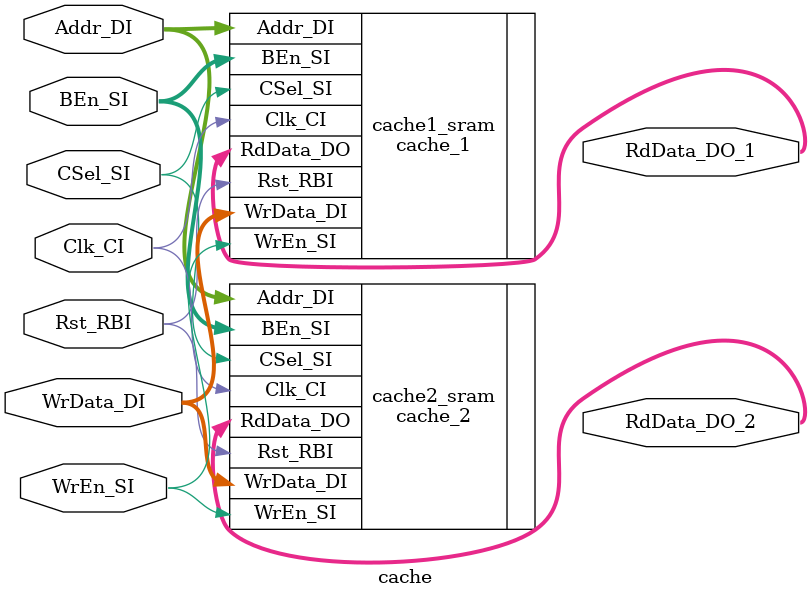
<source format=sv>
module cache #(
  parameter ADDR_WIDTH = 8,
  parameter DATA_DEPTH = 256, // usually 2**ADDR_WIDTH, but can be lower 7,128 = for 8kb ; 9,512 = 32kb; 10,1024 = 64kb; 8,256 = 16kb; 6,64 = 4kb; 
  parameter OUT_REGS   = 0,    // set to 1 to enable outregs 5,32 = 2kb; 4,16 = 1kb;
  parameter SIM_INIT   = 1     // for simulation only, will not be synthesized
                               // 0: no init, 1: zero init, 2: random init, 3: deadbeef init
                               // note: on verilator, 2 is not supported. define the VERILATOR macro to work around.
)(
  input  logic                  Clk_CI,
  input  logic                  Rst_RBI,
  input  logic                  CSel_SI,
  input  logic                  WrEn_SI,
  input  logic [7:0]            BEn_SI,
  input  logic [63:0]           WrData_DI,
  input  logic [ADDR_WIDTH-1:0] Addr_DI,
  output logic [63:0]           RdData_DO_1,
  output logic [63:0]           RdData_DO_2
);

      cache_1 #(
        .ADDR_WIDTH(ADDR_WIDTH),
        .DATA_DEPTH(DATA_DEPTH),
        .OUT_REGS (OUT_REGS),
        // this initializes the memory with 0es. adjust to taste...
        // 0: no init, 1: zero init, 2: random init, 3: deadbeef init
        .SIM_INIT (SIM_INIT)
      ) cache1_sram (
          .Clk_CI    ( Clk_CI ),
          .Rst_RBI   ( Rst_RBI ),
          .CSel_SI   ( CSel_SI ),
          .WrEn_SI   ( WrEn_SI ),
          .BEn_SI    ( BEn_SI ),
          .WrData_DI ( WrData_DI ),
          .Addr_DI   ( Addr_DI ),
          .RdData_DO ( RdData_DO_1 )
      );
      
      cache_2 #(
        .ADDR_WIDTH(ADDR_WIDTH),
        .DATA_DEPTH(DATA_DEPTH),
        .OUT_REGS (OUT_REGS),
        // this initializes the memory with 0es. adjust to taste...
        // 0: no init, 1: zero init, 2: random init, 3: deadbeef init
        .SIM_INIT (SIM_INIT)
      ) cache2_sram (
          .Clk_CI    ( Clk_CI ),
          .Rst_RBI   ( Rst_RBI ),
          .CSel_SI   ( CSel_SI ),
          .WrEn_SI   ( WrEn_SI ),
          .BEn_SI    ( BEn_SI ),
          .WrData_DI ( WrData_DI ),
          .Addr_DI   ( Addr_DI ),
          .RdData_DO ( RdData_DO_2 )
      );

endmodule : cache

</source>
